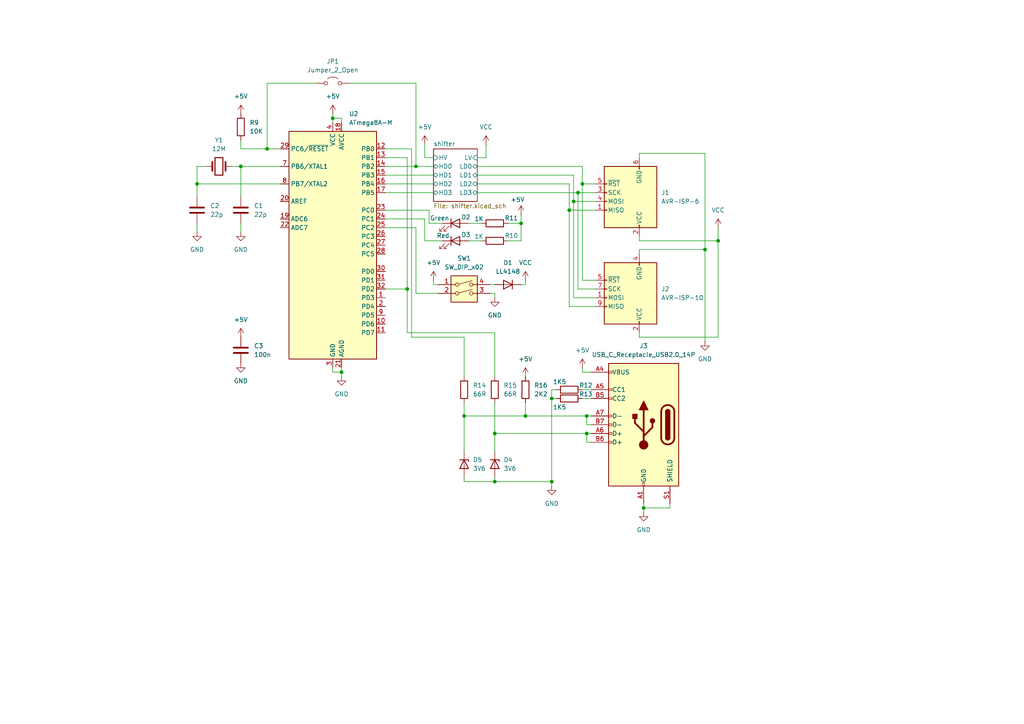
<source format=kicad_sch>
(kicad_sch (version 20250114) (generator "eeschema") (generator_version "9.0")
  (paper "A4")
  (title_block (title "USBasp") (date "2025-06-08") (rev "A") (company "A.K."))
  (lib_symbols
    (symbol "Connector:AVR-ISP-10" (pin_names (offset 1.016))
      (property "Reference" "J" (at -6.35 11.43 0))
      (property "Value" "AVR-ISP-10" (at 0 11.43 0))
      (symbol "AVR-ISP-10_0_1"
        (rectangle (start -2.667 10.16) (end -2.413 9.398))
        (rectangle (start -2.667 -6.858) (end -2.413 -7.62))
        (rectangle (start 7.62 10.16) (end -7.62 -7.62) (stroke (width 0.254)) (fill (type background)))
        (rectangle (start 7.62 5.207) (end 6.858 4.953))
        (rectangle (start 7.62 2.667) (end 6.858 2.413))
        (rectangle (start 7.62 0.127) (end 6.858 -0.127))
        (rectangle (start 7.62 -2.413) (end 6.858 -2.667))
      )
      (symbol "AVR-ISP-10_1_1"
        (pin passive line (at -2.54 12.7 270) (length 2.54) (name "VCC") (number "2"))
        (pin passive line (at -2.54 -10.16 90) (length 2.54) (hide yes) (name "GND") (number "10"))
        (pin passive line (at -2.54 -10.16 90) (length 2.54) (name "GND") (number "4"))
        (pin passive line (at -2.54 -10.16 90) (length 2.54) (hide yes) (name "GND") (number "6"))
        (pin passive line (at -2.54 -10.16 90) (length 2.54) (hide yes) (name "GND") (number "8"))
        (pin no_connect line (at 7.62 -5.08 180) (length 2.54) (hide yes) (name "NC") (number "3"))
        (pin passive line (at 10.16 5.08 180) (length 2.54) (name "MISO") (number "9"))
        (pin passive line (at 10.16 2.54 180) (length 2.54) (name "MOSI") (number "1"))
        (pin passive line (at 10.16 0 180) (length 2.54) (name "SCK") (number "7"))
        (pin passive line (at 10.16 -2.54 180) (length 2.54) (name "~{RST}") (number "5"))
      )
    )
    (symbol "Connector:AVR-ISP-6" (pin_names (offset 1.016))
      (property "Reference" "J" (at -6.35 11.43 0))
      (property "Value" "AVR-ISP-6" (at 0 11.43 0))
      (symbol "AVR-ISP-6_0_1"
        (rectangle (start -2.667 10.16) (end -2.413 9.398))
        (rectangle (start -2.667 -6.858) (end -2.413 -7.62))
        (rectangle (start 7.62 10.16) (end -7.62 -7.62) (stroke (width 0.254)) (fill (type background)))
        (rectangle (start 7.62 5.207) (end 6.858 4.953))
        (rectangle (start 7.62 2.667) (end 6.858 2.413))
        (rectangle (start 7.62 0.127) (end 6.858 -0.127))
        (rectangle (start 7.62 -2.413) (end 6.858 -2.667))
      )
      (symbol "AVR-ISP-6_1_1"
        (pin passive line (at -2.54 12.7 270) (length 2.54) (name "VCC") (number "2"))
        (pin passive line (at -2.54 -10.16 90) (length 2.54) (name "GND") (number "6"))
        (pin passive line (at 10.16 5.08 180) (length 2.54) (name "MISO") (number "1"))
        (pin passive line (at 10.16 2.54 180) (length 2.54) (name "MOSI") (number "4"))
        (pin passive line (at 10.16 0 180) (length 2.54) (name "SCK") (number "3"))
        (pin passive line (at 10.16 -2.54 180) (length 2.54) (name "~{RST}") (number "5"))
      )
    )
    (symbol "Connector:USB_C_Receptacle_USB2.0_14P" (pin_names (offset 1.016))
      (property "Reference" "J" (at 0 22.225 0))
      (property "Value" "USB_C_Receptacle_USB2.0_14P" (at 0 19.685 0))
      (symbol "USB_C_Receptacle_USB2.0_14P_0_0"
        (rectangle (start -0.254 -17.78) (end 0.254 -16.764))
        (rectangle (start 10.16 15.494) (end 9.144 14.986))
        (rectangle (start 10.16 10.414) (end 9.144 9.906))
        (rectangle (start 10.16 7.874) (end 9.144 7.366))
        (rectangle (start 10.16 2.794) (end 9.144 2.286))
        (rectangle (start 10.16 0.254) (end 9.144 -0.254))
        (rectangle (start 10.16 -2.286) (end 9.144 -2.794))
        (rectangle (start 10.16 -4.826) (end 9.144 -5.334))
      )
      (symbol "USB_C_Receptacle_USB2.0_14P_0_1"
        (rectangle (start -10.16 17.78) (end 10.16 -17.78) (stroke (width 0.254)) (fill (type background)))
        (polyline (pts (xy -8.89 -3.81) (xy -8.89 3.81)) (stroke (width 0.508)))
        (rectangle (start -7.62 -3.81) (end -6.35 3.81) (stroke (width 0.254)) (fill (type outline)))
        (arc (start -7.62 3.81) (mid -6.985 4.4423) (end -6.35 3.81) (stroke (width 0.254)))
        (arc (start -7.62 3.81) (mid -6.985 4.4423) (end -6.35 3.81) (stroke (width 0.254)) (fill (type outline)))
        (arc (start -8.89 3.81) (mid -6.985 5.7067) (end -5.08 3.81) (stroke (width 0.508)))
        (arc (start -5.08 -3.81) (mid -6.985 -5.7067) (end -8.89 -3.81) (stroke (width 0.508)))
        (arc (start -6.35 -3.81) (mid -6.985 -4.4423) (end -7.62 -3.81) (stroke (width 0.254)))
        (arc (start -6.35 -3.81) (mid -6.985 -4.4423) (end -7.62 -3.81) (stroke (width 0.254)) (fill (type outline)))
        (polyline (pts (xy -5.08 3.81) (xy -5.08 -3.81)) (stroke (width 0.508)))
        (circle (center -2.54 1.143) (radius 0.635) (stroke (width 0.254)) (fill (type outline)))
        (polyline (pts (xy -1.27 4.318) (xy 0 6.858) (xy 1.27 4.318) (xy -1.27 4.318)) (stroke (width 0.254)) (fill (type outline)))
        (polyline (pts (xy 0 -2.032) (xy 2.54 0.508) (xy 2.54 1.778)) (stroke (width 0.508)))
        (polyline (pts (xy 0 -3.302) (xy -2.54 -0.762) (xy -2.54 0.508)) (stroke (width 0.508)))
        (polyline (pts (xy 0 -5.842) (xy 0 4.318)) (stroke (width 0.508)))
        (circle (center 0 -5.842) (radius 1.27) (fill (type outline)))
        (rectangle (start 1.905 1.778) (end 3.175 3.048) (stroke (width 0.254)) (fill (type outline)))
      )
      (symbol "USB_C_Receptacle_USB2.0_14P_1_1"
        (pin passive line (at -7.62 -22.86 90) (length 5.08) (name "SHIELD") (number "S1"))
        (pin passive line (at 0 -22.86 90) (length 5.08) (name "GND") (number "A1"))
        (pin passive line (at 0 -22.86 90) (length 5.08) (hide yes) (name "GND") (number "A12"))
        (pin passive line (at 0 -22.86 90) (length 5.08) (hide yes) (name "GND") (number "B1"))
        (pin passive line (at 0 -22.86 90) (length 5.08) (hide yes) (name "GND") (number "B12"))
        (pin passive line (at 15.24 15.24 180) (length 5.08) (name "VBUS") (number "A4"))
        (pin passive line (at 15.24 15.24 180) (length 5.08) (hide yes) (name "VBUS") (number "A9"))
        (pin passive line (at 15.24 15.24 180) (length 5.08) (hide yes) (name "VBUS") (number "B4"))
        (pin passive line (at 15.24 15.24 180) (length 5.08) (hide yes) (name "VBUS") (number "B9"))
        (pin bidirectional line (at 15.24 10.16 180) (length 5.08) (name "CC1") (number "A5"))
        (pin bidirectional line (at 15.24 7.62 180) (length 5.08) (name "CC2") (number "B5"))
        (pin bidirectional line (at 15.24 2.54 180) (length 5.08) (name "D-") (number "A7"))
        (pin bidirectional line (at 15.24 0 180) (length 5.08) (name "D-") (number "B7"))
        (pin bidirectional line (at 15.24 -2.54 180) (length 5.08) (name "D+") (number "A6"))
        (pin bidirectional line (at 15.24 -5.08 180) (length 5.08) (name "D+") (number "B6"))
      )
    )
    (symbol "Device:C" (pin_numbers (hide yes)) (pin_names (offset 0.254))
      (property "Reference" "C" (at 0.635 2.54 0))
      (property "Value" "C" (at 0.635 -2.54 0))
      (symbol "C_0_1"
        (polyline (pts (xy -2.032 0.762) (xy 2.032 0.762)) (stroke (width 0.508)))
        (polyline (pts (xy -2.032 -0.762) (xy 2.032 -0.762)) (stroke (width 0.508)))
      )
      (symbol "C_1_1"
        (pin passive line (at 0 3.81 270) (length 2.794) (name "~") (number "1"))
        (pin passive line (at 0 -3.81 90) (length 2.794) (name "~") (number "2"))
      )
    )
    (symbol "Device:Crystal" (pin_numbers (hide yes)) (pin_names (offset 1.016) (hide yes))
      (property "Reference" "Y" (at 0 3.81 0))
      (property "Value" "Crystal" (at 0 -3.81 0))
      (symbol "Crystal_0_1"
        (polyline (pts (xy -2.54 0) (xy -1.905 0)))
        (polyline (pts (xy -1.905 -1.27) (xy -1.905 1.27)) (stroke (width 0.508)))
        (rectangle (start -1.143 2.54) (end 1.143 -2.54) (stroke (width 0.3048)))
        (polyline (pts (xy 1.905 -1.27) (xy 1.905 1.27)) (stroke (width 0.508)))
        (polyline (pts (xy 2.54 0) (xy 1.905 0)))
      )
      (symbol "Crystal_1_1"
        (pin passive line (at -3.81 0 0) (length 1.27) (name "1") (number "1"))
        (pin passive line (at 3.81 0 180) (length 1.27) (name "2") (number "2"))
      )
    )
    (symbol "Device:D_Zener" (pin_numbers (hide yes)) (pin_names (offset 1.016) (hide yes))
      (property "Reference" "D" (at 0 2.54 0))
      (property "Value" "D_Zener" (at 0 -2.54 0))
      (symbol "D_Zener_0_1"
        (polyline (pts (xy -1.27 -1.27) (xy -1.27 1.27) (xy -0.762 1.27)) (stroke (width 0.254)))
        (polyline (pts (xy 1.27 0) (xy -1.27 0)))
        (polyline (pts (xy 1.27 -1.27) (xy 1.27 1.27) (xy -1.27 0) (xy 1.27 -1.27)) (stroke (width 0.254)))
      )
      (symbol "D_Zener_1_1"
        (pin passive line (at -3.81 0 0) (length 2.54) (name "K") (number "1"))
        (pin passive line (at 3.81 0 180) (length 2.54) (name "A") (number "2"))
      )
    )
    (symbol "Device:LED" (pin_numbers (hide yes)) (pin_names (offset 1.016) (hide yes))
      (property "Reference" "D" (at 0 2.54 0))
      (property "Value" "LED" (at 0 -2.54 0))
      (symbol "LED_0_1"
        (polyline (pts (xy -3.048 -0.762) (xy -4.572 -2.286) (xy -3.81 -2.286) (xy -4.572 -2.286) (xy -4.572 -1.524)))
        (polyline (pts (xy -1.778 -0.762) (xy -3.302 -2.286) (xy -2.54 -2.286) (xy -3.302 -2.286) (xy -3.302 -1.524)))
        (polyline (pts (xy -1.27 0) (xy 1.27 0)))
        (polyline (pts (xy -1.27 -1.27) (xy -1.27 1.27)) (stroke (width 0.254)))
        (polyline (pts (xy 1.27 -1.27) (xy 1.27 1.27) (xy -1.27 0) (xy 1.27 -1.27)) (stroke (width 0.254)))
      )
      (symbol "LED_1_1"
        (pin passive line (at -3.81 0 0) (length 2.54) (name "K") (number "1"))
        (pin passive line (at 3.81 0 180) (length 2.54) (name "A") (number "2"))
      )
    )
    (symbol "Device:R" (pin_numbers (hide yes)) (pin_names (offset 0))
      (property "Reference" "R" (at 2.032 0 90))
      (property "Value" "R" (at 0 0 90))
      (symbol "R_0_1"
        (rectangle (start -1.016 -2.54) (end 1.016 2.54) (stroke (width 0.254)))
      )
      (symbol "R_1_1"
        (pin passive line (at 0 3.81 270) (length 1.27) (name "~") (number "1"))
        (pin passive line (at 0 -3.81 90) (length 1.27) (name "~") (number "2"))
      )
    )
    (symbol "Diode:LL4148" (pin_numbers (hide yes)) (pin_names (hide yes))
      (property "Reference" "D" (at 0 2.54 0))
      (property "Value" "LL4148" (at 0 -2.54 0))
      (symbol "LL4148_0_1"
        (polyline (pts (xy -1.27 1.27) (xy -1.27 -1.27)) (stroke (width 0.254)))
        (polyline (pts (xy 1.27 1.27) (xy 1.27 -1.27) (xy -1.27 0) (xy 1.27 1.27)) (stroke (width 0.254)))
        (polyline (pts (xy 1.27 0) (xy -1.27 0)))
      )
      (symbol "LL4148_1_1"
        (pin passive line (at -3.81 0 0) (length 2.54) (name "K") (number "1"))
        (pin passive line (at 3.81 0 180) (length 2.54) (name "A") (number "2"))
      )
    )
    (symbol "Jumper:Jumper_2_Open" (pin_numbers (hide yes)) (pin_names (offset 0) (hide yes))
      (property "Reference" "JP" (at 0 2.794 0))
      (property "Value" "Jumper_2_Open" (at 0 -2.286 0))
      (symbol "Jumper_2_Open_0_0"
        (circle (center -2.032 0) (radius 0.508))
        (circle (center 2.032 0) (radius 0.508))
      )
      (symbol "Jumper_2_Open_0_1"
        (arc (start -1.524 1.27) (mid 0 1.778) (end 1.524 1.27))
      )
      (symbol "Jumper_2_Open_1_1"
        (pin passive line (at -5.08 0 0) (length 2.54) (name "A") (number "1"))
        (pin passive line (at 5.08 0 180) (length 2.54) (name "B") (number "2"))
      )
    )
    (symbol "MCU_Microchip_ATmega:ATmega8A-M"
      (property "Reference" "U" (at -12.7 34.29 0))
      (property "Value" "ATmega8A-M" (at 5.08 -34.29 0))
      (symbol "ATmega8A-M_0_1"
        (rectangle (start -12.7 -33.02) (end 12.7 33.02) (stroke (width 0.254)) (fill (type background)))
      )
      (symbol "ATmega8A-M_1_1"
        (pin bidirectional line (at -15.24 27.94 0) (length 2.54) (name "PC6/~{RESET}") (number "29"))
        (pin bidirectional line (at -15.24 22.86 0) (length 2.54) (name "PB6/XTAL1") (number "7"))
        (pin bidirectional line (at -15.24 17.78 0) (length 2.54) (name "PB7/XTAL2") (number "8"))
        (pin passive line (at -15.24 12.7 0) (length 2.54) (name "AREF") (number "20"))
        (pin input line (at -15.24 7.62 0) (length 2.54) (name "ADC6") (number "19"))
        (pin input line (at -15.24 5.08 0) (length 2.54) (name "ADC7") (number "22"))
        (pin power_in line (at 0 35.56 270) (length 2.54) (name "VCC") (number "4"))
        (pin passive line (at 0 35.56 270) (length 2.54) (hide yes) (name "VCC") (number "6"))
        (pin power_in line (at 0 -35.56 90) (length 2.54) (name "GND") (number "3"))
        (pin passive line (at 0 -35.56 90) (length 2.54) (hide yes) (name "GND") (number "33"))
        (pin passive line (at 0 -35.56 90) (length 2.54) (hide yes) (name "GND") (number "5"))
        (pin power_in line (at 2.54 35.56 270) (length 2.54) (name "AVCC") (number "18"))
        (pin power_in line (at 2.54 -35.56 90) (length 2.54) (name "AGND") (number "21"))
        (pin bidirectional line (at 15.24 27.94 180) (length 2.54) (name "PB0") (number "12"))
        (pin bidirectional line (at 15.24 25.4 180) (length 2.54) (name "PB1") (number "13"))
        (pin bidirectional line (at 15.24 22.86 180) (length 2.54) (name "PB2") (number "14"))
        (pin bidirectional line (at 15.24 20.32 180) (length 2.54) (name "PB3") (number "15"))
        (pin bidirectional line (at 15.24 17.78 180) (length 2.54) (name "PB4") (number "16"))
        (pin bidirectional line (at 15.24 15.24 180) (length 2.54) (name "PB5") (number "17"))
        (pin bidirectional line (at 15.24 10.16 180) (length 2.54) (name "PC0") (number "23"))
        (pin bidirectional line (at 15.24 7.62 180) (length 2.54) (name "PC1") (number "24"))
        (pin bidirectional line (at 15.24 5.08 180) (length 2.54) (name "PC2") (number "25"))
        (pin bidirectional line (at 15.24 2.54 180) (length 2.54) (name "PC3") (number "26"))
        (pin bidirectional line (at 15.24 0 180) (length 2.54) (name "PC4") (number "27"))
        (pin bidirectional line (at 15.24 -2.54 180) (length 2.54) (name "PC5") (number "28"))
        (pin bidirectional line (at 15.24 -7.62 180) (length 2.54) (name "PD0") (number "30"))
        (pin bidirectional line (at 15.24 -10.16 180) (length 2.54) (name "PD1") (number "31"))
        (pin bidirectional line (at 15.24 -12.7 180) (length 2.54) (name "PD2") (number "32"))
        (pin bidirectional line (at 15.24 -15.24 180) (length 2.54) (name "PD3") (number "1"))
        (pin bidirectional line (at 15.24 -17.78 180) (length 2.54) (name "PD4") (number "2"))
        (pin bidirectional line (at 15.24 -20.32 180) (length 2.54) (name "PD5") (number "9"))
        (pin bidirectional line (at 15.24 -22.86 180) (length 2.54) (name "PD6") (number "10"))
        (pin bidirectional line (at 15.24 -25.4 180) (length 2.54) (name "PD7") (number "11"))
      )
    )
    (symbol "Switch:SW_DIP_x02" (pin_names (offset 0) (hide yes))
      (property "Reference" "SW" (at 0 6.35 0))
      (property "Value" "SW_DIP_x02" (at 0 -3.81 0))
      (symbol "SW_DIP_x02_0_0"
        (circle (center -2.032 2.54) (radius 0.508))
        (circle (center -2.032 0) (radius 0.508))
        (polyline (pts (xy -1.524 2.667) (xy 2.3622 3.7084)))
        (polyline (pts (xy -1.524 0.127) (xy 2.3622 1.1684)))
        (circle (center 2.032 2.54) (radius 0.508))
        (circle (center 2.032 0) (radius 0.508))
      )
      (symbol "SW_DIP_x02_0_1"
        (rectangle (start -3.81 5.08) (end 3.81 -2.54) (stroke (width 0.254)) (fill (type background)))
      )
      (symbol "SW_DIP_x02_1_1"
        (pin passive line (at -7.62 2.54 0) (length 5.08) (name "~") (number "1"))
        (pin passive line (at -7.62 0 0) (length 5.08) (name "~") (number "2"))
        (pin passive line (at 7.62 2.54 180) (length 5.08) (name "~") (number "4"))
        (pin passive line (at 7.62 0 180) (length 5.08) (name "~") (number "3"))
      )
    )
    (symbol "power:+5V" (power) (pin_numbers (hide yes)) (pin_names (offset 0) (hide yes))
      (property "Value" "+5V" (at 0 3.556 0))
      (symbol "+5V_0_1"
        (polyline (pts (xy -0.762 1.27) (xy 0 2.54)))
        (polyline (pts (xy 0 2.54) (xy 0.762 1.27)))
        (polyline (pts (xy 0 0) (xy 0 2.54)))
      )
      (symbol "+5V_1_1"
        (pin power_in line (at 0 0 90) (length 0) (name "~") (number "1"))
      )
    )
    (symbol "power:GND" (power) (pin_numbers (hide yes)) (pin_names (offset 0) (hide yes))
      (property "Value" "GND" (at 0 -3.81 0))
      (symbol "GND_0_1"
        (polyline (pts (xy 0 0) (xy 0 -1.27) (xy 1.27 -1.27) (xy 0 -2.54) (xy -1.27 -1.27) (xy 0 -1.27)))
      )
      (symbol "GND_1_1"
        (pin power_in line (at 0 0 270) (length 0) (name "~") (number "1"))
      )
    )
    (symbol "power:VCC" (power) (pin_numbers (hide yes)) (pin_names (offset 0) (hide yes))
      (property "Value" "VCC" (at 0 3.556 0))
      (symbol "VCC_0_1"
        (polyline (pts (xy -0.762 1.27) (xy 0 2.54)))
        (polyline (pts (xy 0 2.54) (xy 0.762 1.27)))
        (polyline (pts (xy 0 0) (xy 0 2.54)))
      )
      (symbol "VCC_1_1"
        (pin power_in line (at 0 0 90) (length 0) (name "~") (number "1"))
      )
    )
  )
  (junction (at 57.15 53.34))
  (junction (at 69.85 48.26))
  (junction (at 143.51 139.7))
  (junction (at 134.62 120.65))
  (junction (at 77.47 43.18))
  (junction (at 160.02 115.57))
  (junction (at 152.4 120.65))
  (junction (at 160.02 139.7))
  (junction (at 168.91 53.34))
  (junction (at 208.28 69.85))
  (junction (at 96.52 34.29))
  (junction (at 120.65 48.26))
  (junction (at 170.18 120.65))
  (junction (at 166.37 58.42))
  (junction (at 186.69 147.32))
  (junction (at 167.64 55.88))
  (junction (at 165.1 60.96))
  (junction (at 170.18 125.73))
  (junction (at 204.47 72.39))
  (junction (at 99.06 107.95))
  (junction (at 151.13 64.77))
  (junction (at 118.11 83.82))
  (junction (at 143.51 125.73))
  (wire (pts (xy 99.06 107.95) (xy 96.52 107.95)))
  (wire (pts (xy 96.52 34.29) (xy 99.06 34.29)))
  (wire (pts (xy 99.06 106.68) (xy 99.06 107.95)))
  (wire (pts (xy 59.69 48.26) (xy 57.15 48.26)))
  (wire (pts (xy 124.46 64.77) (xy 124.46 60.96)))
  (wire (pts (xy 160.02 115.57) (xy 160.02 113.03)))
  (wire (pts (xy 143.51 116.84) (xy 143.51 125.73)))
  (wire (pts (xy 134.62 139.7) (xy 143.51 139.7)))
  (wire (pts (xy 172.72 81.28) (xy 168.91 81.28)))
  (wire (pts (xy 186.69 147.32) (xy 186.69 148.59)))
  (wire (pts (xy 166.37 58.42) (xy 172.72 58.42)))
  (wire (pts (xy 171.45 123.19) (xy 170.18 123.19)))
  (wire (pts (xy 204.47 44.45) (xy 204.47 72.39)))
  (wire (pts (xy 119.38 97.79) (xy 134.62 97.79)))
  (wire (pts (xy 96.52 107.95) (xy 96.52 106.68)))
  (wire (pts (xy 120.65 24.13) (xy 120.65 48.26)))
  (wire (pts (xy 67.31 48.26) (xy 69.85 48.26)))
  (wire (pts (xy 111.76 45.72) (xy 118.11 45.72)))
  (wire (pts (xy 194.31 146.05) (xy 194.31 147.32)))
  (wire (pts (xy 168.91 115.57) (xy 171.45 115.57)))
  (wire (pts (xy 204.47 72.39) (xy 185.42 72.39)))
  (wire (pts (xy 123.19 41.91) (xy 123.19 45.72)))
  (wire (pts (xy 127 82.55) (xy 125.73 82.55)))
  (wire (pts (xy 143.51 125.73) (xy 143.51 130.81)))
  (wire (pts (xy 185.42 72.39) (xy 185.42 73.66)))
  (wire (pts (xy 160.02 139.7) (xy 160.02 115.57)))
  (wire (pts (xy 96.52 33.02) (xy 96.52 34.29)))
  (wire (pts (xy 166.37 86.36) (xy 166.37 58.42)))
  (wire (pts (xy 123.19 69.85) (xy 123.19 63.5)))
  (wire (pts (xy 111.76 43.18) (xy 119.38 43.18)))
  (wire (pts (xy 77.47 24.13) (xy 77.47 43.18)))
  (wire (pts (xy 134.62 120.65) (xy 152.4 120.65)))
  (wire (pts (xy 170.18 120.65) (xy 152.4 120.65)))
  (wire (pts (xy 135.89 69.85) (xy 139.7 69.85)))
  (wire (pts (xy 170.18 125.73) (xy 170.18 128.27)))
  (wire (pts (xy 168.91 81.28) (xy 168.91 53.34)))
  (wire (pts (xy 151.13 69.85) (xy 151.13 64.77)))
  (wire (pts (xy 140.97 45.72) (xy 138.43 45.72)))
  (wire (pts (xy 57.15 48.26) (xy 57.15 53.34)))
  (wire (pts (xy 99.06 34.29) (xy 99.06 35.56)))
  (wire (pts (xy 69.85 48.26) (xy 69.85 57.15)))
  (wire (pts (xy 138.43 48.26) (xy 168.91 48.26)))
  (wire (pts (xy 194.31 147.32) (xy 186.69 147.32)))
  (wire (pts (xy 185.42 44.45) (xy 204.47 44.45)))
  (wire (pts (xy 134.62 97.79) (xy 134.62 109.22)))
  (wire (pts (xy 142.24 82.55) (xy 143.51 82.55)))
  (wire (pts (xy 172.72 83.82) (xy 167.64 83.82)))
  (wire (pts (xy 118.11 45.72) (xy 118.11 83.82)))
  (wire (pts (xy 151.13 82.55) (xy 152.4 82.55)))
  (wire (pts (xy 166.37 50.8) (xy 166.37 58.42)))
  (wire (pts (xy 124.46 60.96) (xy 111.76 60.96)))
  (wire (pts (xy 69.85 64.77) (xy 69.85 67.31)))
  (wire (pts (xy 185.42 69.85) (xy 208.28 69.85)))
  (wire (pts (xy 143.51 86.36) (xy 143.51 85.09)))
  (wire (pts (xy 208.28 97.79) (xy 208.28 69.85)))
  (wire (pts (xy 168.91 107.95) (xy 168.91 106.68)))
  (wire (pts (xy 96.52 34.29) (xy 96.52 35.56)))
  (wire (pts (xy 165.1 53.34) (xy 165.1 60.96)))
  (wire (pts (xy 160.02 140.97) (xy 160.02 139.7)))
  (wire (pts (xy 111.76 53.34) (xy 125.73 53.34)))
  (wire (pts (xy 57.15 53.34) (xy 57.15 57.15)))
  (wire (pts (xy 134.62 138.43) (xy 134.62 139.7)))
  (wire (pts (xy 185.42 45.72) (xy 185.42 44.45)))
  (wire (pts (xy 111.76 50.8) (xy 125.73 50.8)))
  (wire (pts (xy 170.18 120.65) (xy 171.45 120.65)))
  (wire (pts (xy 120.65 66.04) (xy 120.65 85.09)))
  (wire (pts (xy 69.85 48.26) (xy 81.28 48.26)))
  (wire (pts (xy 111.76 66.04) (xy 120.65 66.04)))
  (wire (pts (xy 185.42 97.79) (xy 208.28 97.79)))
  (wire (pts (xy 152.4 116.84) (xy 152.4 120.65)))
  (wire (pts (xy 57.15 64.77) (xy 57.15 67.31)))
  (wire (pts (xy 120.65 48.26) (xy 125.73 48.26)))
  (wire (pts (xy 69.85 43.18) (xy 69.85 40.64)))
  (wire (pts (xy 125.73 82.55) (xy 125.73 81.28)))
  (wire (pts (xy 91.44 24.13) (xy 77.47 24.13)))
  (wire (pts (xy 135.89 64.77) (xy 139.7 64.77)))
  (wire (pts (xy 168.91 53.34) (xy 172.72 53.34)))
  (wire (pts (xy 143.51 109.22) (xy 143.51 96.52)))
  (wire (pts (xy 138.43 53.34) (xy 165.1 53.34)))
  (wire (pts (xy 138.43 55.88) (xy 167.64 55.88)))
  (wire (pts (xy 134.62 116.84) (xy 134.62 120.65)))
  (wire (pts (xy 118.11 96.52) (xy 118.11 83.82)))
  (wire (pts (xy 160.02 113.03) (xy 161.29 113.03)))
  (wire (pts (xy 165.1 88.9) (xy 165.1 60.96)))
  (wire (pts (xy 204.47 99.06) (xy 204.47 72.39)))
  (wire (pts (xy 170.18 125.73) (xy 143.51 125.73)))
  (wire (pts (xy 172.72 86.36) (xy 166.37 86.36)))
  (wire (pts (xy 128.27 69.85) (xy 123.19 69.85)))
  (wire (pts (xy 168.91 48.26) (xy 168.91 53.34)))
  (wire (pts (xy 152.4 82.55) (xy 152.4 81.28)))
  (wire (pts (xy 170.18 123.19) (xy 170.18 120.65)))
  (wire (pts (xy 81.28 53.34) (xy 57.15 53.34)))
  (wire (pts (xy 208.28 69.85) (xy 208.28 66.04)))
  (wire (pts (xy 143.51 138.43) (xy 143.51 139.7)))
  (wire (pts (xy 143.51 139.7) (xy 160.02 139.7)))
  (wire (pts (xy 171.45 107.95) (xy 168.91 107.95)))
  (wire (pts (xy 81.28 43.18) (xy 77.47 43.18)))
  (wire (pts (xy 111.76 48.26) (xy 120.65 48.26)))
  (wire (pts (xy 143.51 96.52) (xy 118.11 96.52)))
  (wire (pts (xy 140.97 41.91) (xy 140.97 45.72)))
  (wire (pts (xy 160.02 115.57) (xy 161.29 115.57)))
  (wire (pts (xy 128.27 64.77) (xy 124.46 64.77)))
  (wire (pts (xy 138.43 50.8) (xy 166.37 50.8)))
  (wire (pts (xy 120.65 85.09) (xy 127 85.09)))
  (wire (pts (xy 147.32 69.85) (xy 151.13 69.85)))
  (wire (pts (xy 165.1 60.96) (xy 172.72 60.96)))
  (wire (pts (xy 186.69 146.05) (xy 186.69 147.32)))
  (wire (pts (xy 123.19 45.72) (xy 125.73 45.72)))
  (wire (pts (xy 168.91 113.03) (xy 171.45 113.03)))
  (wire (pts (xy 151.13 62.23) (xy 151.13 64.77)))
  (wire (pts (xy 111.76 55.88) (xy 125.73 55.88)))
  (wire (pts (xy 123.19 63.5) (xy 111.76 63.5)))
  (wire (pts (xy 172.72 88.9) (xy 165.1 88.9)))
  (wire (pts (xy 119.38 43.18) (xy 119.38 97.79)))
  (wire (pts (xy 118.11 83.82) (xy 111.76 83.82)))
  (wire (pts (xy 167.64 55.88) (xy 172.72 55.88)))
  (wire (pts (xy 151.13 64.77) (xy 147.32 64.77)))
  (wire (pts (xy 185.42 96.52) (xy 185.42 97.79)))
  (wire (pts (xy 167.64 83.82) (xy 167.64 55.88)))
  (wire (pts (xy 77.47 43.18) (xy 69.85 43.18)))
  (wire (pts (xy 170.18 128.27) (xy 171.45 128.27)))
  (wire (pts (xy 185.42 68.58) (xy 185.42 69.85)))
  (wire (pts (xy 101.6 24.13) (xy 120.65 24.13)))
  (wire (pts (xy 134.62 120.65) (xy 134.62 130.81)))
  (wire (pts (xy 99.06 109.22) (xy 99.06 107.95)))
  (wire (pts (xy 143.51 85.09) (xy 142.24 85.09)))
  (wire (pts (xy 171.45 125.73) (xy 170.18 125.73)))
  (symbol (lib_id "power:GND") (at 143.51 86.36 0) (unit 1)
    (property "Reference" "#PWR010" (effects (hide yes)))
    (property "Value" "GND" (at 143.51 91.44 0))
    (property "Description" "Power symbol creates a global label with name \"GND\" , ground" (effects (hide yes)))
  )
  (symbol (lib_id "Device:R") (at 143.51 64.77 90) (unit 1)
    (property "Reference" "R11" (at 148.336 63.246 90))
    (property "Value" "1K" (at 138.938 63.5 90))
    (property "Footprint" "Resistor_SMD:R_0805_2012Metric_Pad1.20x1.40mm_HandSolder" (effects (hide yes)))
    (property "Description" "Resistor" (effects (hide yes)))
  )
  (symbol (lib_id "Device:R") (at 134.62 113.03 0) (unit 1)
    (property "Reference" "R14" (at 137.16 111.7599 0) (effects (justify left)))
    (property "Value" "66R" (at 137.16 114.2999 0) (effects (justify left)))
    (property "Footprint" "Resistor_SMD:R_0805_2012Metric_Pad1.20x1.40mm_HandSolder" (effects (hide yes)))
    (property "Description" "Resistor" (effects (hide yes)))
  )
  (symbol (lib_id "Device:Crystal") (at 63.5 48.26 0) (unit 1)
    (property "Reference" "Y1" (at 63.5 40.64 0))
    (property "Value" "12M" (at 63.5 43.18 0))
    (property "Footprint" "Crystal:Crystal_HC49-U_Vertical" (effects (hide yes)))
    (property "Description" "Two pin crystal" (effects (hide yes)))
  )
  (symbol (lib_id "Switch:SW_DIP_x02") (at 134.62 85.09 0) (unit 1)
    (property "Reference" "SW1" (at 134.62 74.93 0))
    (property "Value" "SW_DIP_x02" (at 134.62 77.47 0))
    (property "Footprint" "Button_Switch_THT:SW_DIP_SPSTx02_Slide_9.78x7.26mm_W7.62mm_P2.54mm" (effects (hide yes)))
    (property "Description" "2x DIP Switch, Single Pole Single Throw (SPST) switch, small symbol" (effects (hide yes)))
  )
  (symbol (lib_id "Device:C") (at 57.15 60.96 0) (unit 1)
    (property "Reference" "C2" (at 60.96 59.6899 0) (effects (justify left)))
    (property "Value" "22p" (at 60.96 62.2299 0) (effects (justify left)))
    (property "Footprint" "Capacitor_SMD:C_0805_2012Metric_Pad1.18x1.45mm_HandSolder" (effects (hide yes)))
    (property "Description" "Unpolarized capacitor" (effects (hide yes)))
  )
  (symbol (lib_id "Connector:AVR-ISP-10") (at 182.88 83.82 180) (unit 1)
    (property "Reference" "J2" (at 191.77 83.8199 0) (effects (justify right)))
    (property "Value" "AVR-ISP-10" (at 191.77 86.3599 0) (effects (justify right)))
    (property "Footprint" "isp:Edge10" (effects (hide yes)))
    (property "Description" "Atmel 10-pin ISP connector" (effects (hide yes)))
  )
  (symbol (lib_id "Device:R") (at 143.51 69.85 90) (unit 1)
    (property "Reference" "R10" (at 148.336 68.326 90))
    (property "Value" "1K" (at 138.938 68.58 90))
    (property "Footprint" "Resistor_SMD:R_0805_2012Metric_Pad1.20x1.40mm_HandSolder" (effects (hide yes)))
    (property "Description" "Resistor" (effects (hide yes)))
  )
  (symbol (lib_id "Device:R") (at 69.85 36.83 0) (unit 1)
    (property "Reference" "R9" (at 72.39 35.5599 0) (effects (justify left)))
    (property "Value" "10K" (at 72.39 38.0999 0) (effects (justify left)))
    (property "Footprint" "Resistor_SMD:R_0805_2012Metric_Pad1.20x1.40mm_HandSolder" (effects (hide yes)))
    (property "Description" "Resistor" (effects (hide yes)))
  )
  (symbol (lib_id "power:GND") (at 57.15 67.31 0) (unit 1)
    (property "Reference" "#PWR017" (effects (hide yes)))
    (property "Value" "GND" (at 57.15 72.39 0))
    (property "Description" "Power symbol creates a global label with name \"GND\" , ground" (effects (hide yes)))
  )
  (symbol (lib_id "power:+5V") (at 151.13 62.23 0) (unit 1)
    (property "Reference" "#PWR09" (effects (hide yes)))
    (property "Value" "+5V" (at 150.114 57.912 0))
    (property "Description" "Power symbol creates a global label with name \"+5V\"" (effects (hide yes)))
  )
  (symbol (lib_id "power:+5V") (at 69.85 97.79 0) (unit 1)
    (property "Reference" "#PWR018" (effects (hide yes)))
    (property "Value" "+5V" (at 69.85 92.71 0))
    (property "Description" "Power symbol creates a global label with name \"+5V\"" (effects (hide yes)))
  )
  (symbol (lib_id "power:+5V") (at 152.4 109.22 0) (unit 1)
    (property "Reference" "#PWR014" (effects (hide yes)))
    (property "Value" "+5V" (at 152.4 104.14 0))
    (property "Description" "Power symbol creates a global label with name \"+5V\"" (effects (hide yes)))
  )
  (symbol (lib_id "power:+5V") (at 123.19 41.91 0) (unit 1)
    (property "Reference" "#PWR03" (effects (hide yes)))
    (property "Value" "+5V" (at 123.19 36.83 0))
    (property "Description" "Power symbol creates a global label with name \"+5V\"" (effects (hide yes)))
  )
  (symbol (lib_id "power:VCC") (at 152.4 81.28 0) (unit 1)
    (property "Reference" "#PWR07" (effects (hide yes)))
    (property "Value" "VCC" (at 152.4 76.2 0))
    (property "Description" "Power symbol creates a global label with name \"VCC\"" (effects (hide yes)))
  )
  (symbol (lib_id "Device:R") (at 165.1 115.57 90) (unit 1)
    (property "Reference" "R13" (at 169.926 114.3 90))
    (property "Value" "1K5" (at 162.306 118.11 90))
    (property "Footprint" "Resistor_SMD:R_0805_2012Metric_Pad1.20x1.40mm_HandSolder" (effects (hide yes)))
    (property "Description" "Resistor" (effects (hide yes)))
  )
  (symbol (lib_id "power:+5V") (at 96.52 33.02 0) (unit 1)
    (property "Reference" "#PWR02" (effects (hide yes)))
    (property "Value" "+5V" (at 96.52 27.94 0))
    (property "Description" "Power symbol creates a global label with name \"+5V\"" (effects (hide yes)))
  )
  (symbol (lib_id "power:VCC") (at 140.97 41.91 0) (unit 1)
    (property "Reference" "#PWR01" (effects (hide yes)))
    (property "Value" "VCC" (at 140.97 36.83 0))
    (property "Description" "Power symbol creates a global label with name \"VCC\"" (effects (hide yes)))
  )
  (symbol (lib_id "Jumper:Jumper_2_Open") (at 96.52 24.13 0) (unit 1)
    (property "Reference" "JP1" (at 96.52 17.78 0))
    (property "Value" "Jumper_2_Open" (at 96.52 20.32 0))
    (property "Footprint" "Jumper:SolderJumper-2_P1.3mm_Open_TrianglePad1.0x1.5mm" (effects (hide yes)))
    (property "Description" "Jumper, 2-pole, open" (effects (hide yes)))
  )
  (symbol (lib_id "power:VCC") (at 208.28 66.04 0) (unit 1)
    (property "Reference" "#PWR08" (effects (hide yes)))
    (property "Value" "VCC" (at 208.28 60.96 0))
    (property "Description" "Power symbol creates a global label with name \"VCC\"" (effects (hide yes)))
  )
  (symbol (lib_id "Device:LED") (at 132.08 69.85 0) (unit 1)
    (property "Reference" "D3" (at 135.128 68.072 0))
    (property "Value" "Red" (at 128.524 68.326 0))
    (property "Footprint" "LED_SMD:LED_0805_2012Metric_Pad1.15x1.40mm_HandSolder" (effects (hide yes)))
    (property "Description" "Light emitting diode" (effects (hide yes)))
    (property "Sim.Pins" "1=K 2=A" (effects (hide yes)))
  )
  (symbol (lib_id "power:GND") (at 160.02 140.97 0) (unit 1)
    (property "Reference" "#PWR012" (effects (hide yes)))
    (property "Value" "GND" (at 160.02 146.05 0))
    (property "Description" "Power symbol creates a global label with name \"GND\" , ground" (effects (hide yes)))
  )
  (symbol (lib_id "Device:LED") (at 132.08 64.77 0) (unit 1)
    (property "Reference" "D2" (at 135.128 62.992 0))
    (property "Value" "Green" (at 127.508 63.246 0))
    (property "Footprint" "LED_SMD:LED_0805_2012Metric_Pad1.15x1.40mm_HandSolder" (effects (hide yes)))
    (property "Description" "Light emitting diode" (effects (hide yes)))
    (property "Sim.Pins" "1=K 2=A" (effects (hide yes)))
  )
  (symbol (lib_id "Device:D_Zener") (at 134.62 134.62 270) (unit 1)
    (property "Reference" "D5" (at 137.16 133.3499 90) (effects (justify left)))
    (property "Value" "3V6" (at 137.16 135.8899 90) (effects (justify left)))
    (property "Footprint" "Diode_SMD:D_MiniMELF" (effects (hide yes)))
    (property "Description" "Zener diode" (effects (hide yes)))
  )
  (symbol (lib_id "Device:D_Zener") (at 143.51 134.62 270) (unit 1)
    (property "Reference" "D4" (at 146.05 133.3499 90) (effects (justify left)))
    (property "Value" "3V6" (at 146.05 135.8899 90) (effects (justify left)))
    (property "Footprint" "Diode_SMD:D_MiniMELF" (effects (hide yes)))
    (property "Description" "Zener diode" (effects (hide yes)))
  )
  (symbol (lib_id "power:+5V") (at 168.91 106.68 0) (unit 1)
    (property "Reference" "#PWR011" (effects (hide yes)))
    (property "Value" "+5V" (at 168.91 101.6 0))
    (property "Description" "Power symbol creates a global label with name \"+5V\"" (effects (hide yes)))
  )
  (symbol (lib_id "power:+5V") (at 125.73 81.28 0) (unit 1)
    (property "Reference" "#PWR06" (effects (hide yes)))
    (property "Value" "+5V" (at 125.73 76.2 0))
    (property "Description" "Power symbol creates a global label with name \"+5V\"" (effects (hide yes)))
  )
  (symbol (lib_id "Device:C") (at 69.85 101.6 0) (unit 1)
    (property "Reference" "C3" (at 73.66 100.3299 0) (effects (justify left)))
    (property "Value" "100n" (at 73.66 102.8699 0) (effects (justify left)))
    (property "Footprint" "Capacitor_SMD:C_0805_2012Metric_Pad1.18x1.45mm_HandSolder" (effects (hide yes)))
    (property "Description" "Unpolarized capacitor" (effects (hide yes)))
  )
  (symbol (lib_id "Device:R") (at 143.51 113.03 0) (unit 1)
    (property "Reference" "R15" (at 146.05 111.7599 0) (effects (justify left)))
    (property "Value" "66R" (at 146.05 114.2999 0) (effects (justify left)))
    (property "Footprint" "Resistor_SMD:R_0805_2012Metric_Pad1.20x1.40mm_HandSolder" (effects (hide yes)))
    (property "Description" "Resistor" (effects (hide yes)))
  )
  (symbol (lib_id "MCU_Microchip_ATmega:ATmega8A-M") (at 96.52 71.12 0) (unit 1)
    (property "Reference" "U2" (at 101.2033 33.02 0) (effects (justify left)))
    (property "Value" "ATmega8A-M" (at 101.2033 35.56 0) (effects (justify left)))
    (property "Footprint" "Package_DFN_QFN:QFN-32-1EP_5x5mm_P0.5mm_EP3.1x3.1mm" (effects (hide yes)))
    (property "Datasheet" "http://ww1.microchip.com/downloads/en/DeviceDoc/Microchip%208bit%20mcu%20AVR%20ATmega8A%20data%20sheet%2040001974A.pdf" (effects (hide yes)))
    (property "Description" "16MHz, 8kB Flash, 1kB SRAM, 512B EEPROM, QFN-32" (effects (hide yes)))
  )
  (symbol (lib_id "power:GND") (at 186.69 148.59 0) (unit 1)
    (property "Reference" "#PWR013" (effects (hide yes)))
    (property "Value" "GND" (at 186.69 153.67 0))
    (property "Description" "Power symbol creates a global label with name \"GND\" , ground" (effects (hide yes)))
  )
  (symbol (lib_id "Device:C") (at 69.85 60.96 0) (unit 1)
    (property "Reference" "C1" (at 73.66 59.6899 0) (effects (justify left)))
    (property "Value" "22p" (at 73.66 62.2299 0) (effects (justify left)))
    (property "Footprint" "Capacitor_SMD:C_0805_2012Metric_Pad1.18x1.45mm_HandSolder" (effects (hide yes)))
    (property "Description" "Unpolarized capacitor" (effects (hide yes)))
  )
  (symbol (lib_id "Device:R") (at 165.1 113.03 90) (unit 1)
    (property "Reference" "R12" (at 169.926 111.76 90))
    (property "Value" "1K5" (at 162.306 110.744 90))
    (property "Footprint" "Resistor_SMD:R_0805_2012Metric_Pad1.20x1.40mm_HandSolder" (effects (hide yes)))
    (property "Description" "Resistor" (effects (hide yes)))
  )
  (symbol (lib_id "power:GND") (at 204.47 99.06 0) (unit 1)
    (property "Reference" "#PWR05" (effects (hide yes)))
    (property "Value" "GND" (at 204.47 104.14 0))
    (property "Description" "Power symbol creates a global label with name \"GND\" , ground" (effects (hide yes)))
  )
  (symbol (lib_id "power:GND") (at 69.85 105.41 0) (unit 1)
    (property "Reference" "#PWR019" (effects (hide yes)))
    (property "Value" "GND" (at 69.85 110.49 0))
    (property "Description" "Power symbol creates a global label with name \"GND\" , ground" (effects (hide yes)))
  )
  (symbol (lib_id "Connector:USB_C_Receptacle_USB2.0_14P") (at 186.69 123.19 0) (mirror y) (unit 1)
    (property "Reference" "J3" (at 186.69 100.33 0))
    (property "Value" "USB_C_Receptacle_USB2.0_14P" (at 186.69 102.87 0))
    (property "Footprint" "Connector_USB:USB_C_Receptacle_GCT_USB4105-xx-A_16P_TopMnt_Horizontal" (effects (hide yes)))
    (property "Datasheet" "https://www.usb.org/sites/default/files/documents/usb_type-c.zip" (effects (hide yes)))
    (property "Description" "USB 2.0-only 14P Type-C Receptacle connector" (effects (hide yes)))
  )
  (symbol (lib_id "Device:R") (at 152.4 113.03 0) (unit 1)
    (property "Reference" "R16" (at 154.94 111.7599 0) (effects (justify left)))
    (property "Value" "2K2" (at 154.94 114.2999 0) (effects (justify left)))
    (property "Footprint" "Resistor_SMD:R_0805_2012Metric_Pad1.20x1.40mm_HandSolder" (effects (hide yes)))
    (property "Description" "Resistor" (effects (hide yes)))
  )
  (symbol (lib_id "power:GND") (at 99.06 109.22 0) (unit 1)
    (property "Reference" "#PWR015" (effects (hide yes)))
    (property "Value" "GND" (at 99.06 114.3 0))
    (property "Description" "Power symbol creates a global label with name \"GND\" , ground" (effects (hide yes)))
  )
  (symbol (lib_id "power:+5V") (at 69.85 33.02 0) (unit 1)
    (property "Reference" "#PWR04" (effects (hide yes)))
    (property "Value" "+5V" (at 69.85 27.94 0))
    (property "Description" "Power symbol creates a global label with name \"+5V\"" (effects (hide yes)))
  )
  (symbol (lib_id "Diode:LL4148") (at 147.32 82.55 180) (unit 1)
    (property "Reference" "D1" (at 147.32 76.2 0))
    (property "Value" "LL4148" (at 147.32 78.74 0))
    (property "Footprint" "Diode_SMD:D_MiniMELF" (effects (hide yes)))
    (property "Datasheet" "http://www.vishay.com/docs/85557/ll4148.pdf" (effects (hide yes)))
    (property "Description" "100V 0.15A standard switching diode, MiniMELF" (effects (hide yes)))
    (property "Sim.Device" "D" (effects (hide yes)))
    (property "Sim.Pins" "1=K 2=A" (effects (hide yes)))
  )
  (symbol (lib_id "Connector:AVR-ISP-6") (at 182.88 55.88 180) (unit 1)
    (property "Reference" "J1" (at 191.77 55.8799 0) (effects (justify right)))
    (property "Value" "AVR-ISP-6" (at 191.77 58.4199 0) (effects (justify right)))
    (property "Footprint" "isp:Edge6" (effects (hide yes)))
    (property "Description" "Atmel 6-pin ISP connector" (effects (hide yes)))
  )
  (symbol (lib_id "power:GND") (at 69.85 67.31 0) (unit 1)
    (property "Reference" "#PWR016" (effects (hide yes)))
    (property "Value" "GND" (at 69.85 72.39 0))
    (property "Description" "Power symbol creates a global label with name \"GND\" , ground" (effects (hide yes)))
  )
  (sheet (at 125.73 43.18) (size 12.7 15.24) (stroke (width 0.1524))
    (property "Sheetname" "shifter" (at 125.73 42.4684 0) (effects (justify left bottom)))
    (property "Sheetfile" "shifter.kicad_sch" (at 125.73 59.0046 0) (effects (justify left top)))
    (pin "HD0" bidirectional (at 125.73 48.26 180))
    (pin "HD1" bidirectional (at 125.73 50.8 180))
    (pin "HD2" bidirectional (at 125.73 53.34 180))
    (pin "HD3" bidirectional (at 125.73 55.88 180))
    (pin "HV" input (at 125.73 45.72 180))
    (pin "LD0" bidirectional (at 138.43 48.26 0))
    (pin "LD1" bidirectional (at 138.43 50.8 0))
    (pin "LD2" bidirectional (at 138.43 53.34 0))
    (pin "LD3" bidirectional (at 138.43 55.88 0))
    (pin "LV" input (at 138.43 45.72 0))
  )
)
</source>
